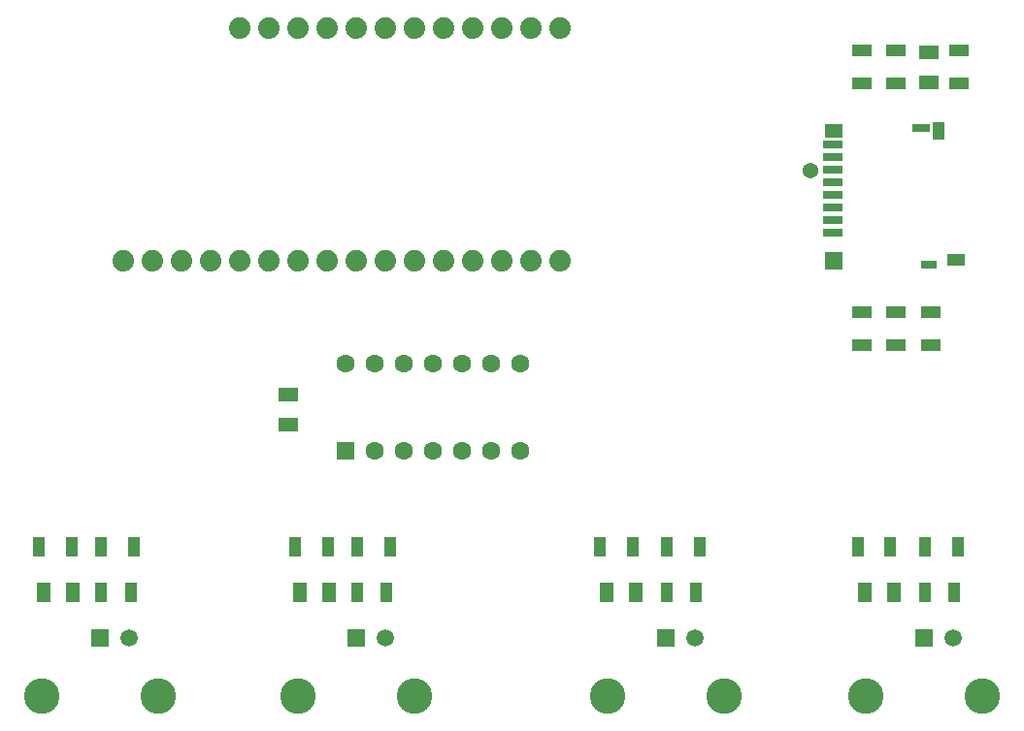
<source format=gts>
G04*
G04 #@! TF.GenerationSoftware,Altium Limited,Altium Designer,25.1.2 (22)*
G04*
G04 Layer_Color=8388736*
%FSLAX25Y25*%
%MOIN*%
G70*
G04*
G04 #@! TF.SameCoordinates,8C14AA3A-0FC9-406D-BE4B-2EB75CFADBCC*
G04*
G04*
G04 #@! TF.FilePolarity,Negative*
G04*
G01*
G75*
%ADD15R,0.04134X0.07087*%
%ADD16R,0.04166X0.06544*%
%ADD17R,0.04935X0.07103*%
%ADD19R,0.03937X0.06102*%
%ADD20R,0.06102X0.03937*%
%ADD21R,0.05512X0.03150*%
%ADD22R,0.05906X0.03150*%
%ADD23R,0.05906X0.05118*%
%ADD24R,0.05906X0.05906*%
%ADD25R,0.06890X0.02756*%
%ADD26R,0.06544X0.04166*%
%ADD27R,0.07093X0.04731*%
%ADD28C,0.07400*%
%ADD29R,0.05904X0.05904*%
%ADD30C,0.05904*%
%ADD31C,0.12211*%
%ADD32C,0.06306*%
%ADD33R,0.06306X0.06306*%
%ADD34C,0.05400*%
D15*
X466535Y173228D02*
D03*
X476575D02*
D03*
X377953D02*
D03*
X387992D02*
D03*
X271654D02*
D03*
X281693D02*
D03*
X183701D02*
D03*
X193740D02*
D03*
D16*
X466535Y188976D02*
D03*
X477772D02*
D03*
X443488D02*
D03*
X454724D02*
D03*
X377953D02*
D03*
X389189D02*
D03*
X354906D02*
D03*
X366142D02*
D03*
X271654D02*
D03*
X282890D02*
D03*
X250287D02*
D03*
X261524D02*
D03*
X183701D02*
D03*
X194937D02*
D03*
X162335D02*
D03*
X173571D02*
D03*
D17*
X455808Y173228D02*
D03*
X445766D02*
D03*
X367226D02*
D03*
X357184D02*
D03*
X262011D02*
D03*
X251969D02*
D03*
X174058D02*
D03*
X164016D02*
D03*
D19*
X471161Y331988D02*
D03*
D20*
X477362Y287697D02*
D03*
D21*
X467815Y286122D02*
D03*
D22*
X465256Y333169D02*
D03*
D23*
X435335Y332087D02*
D03*
D24*
Y287402D02*
D03*
D25*
X434842Y327362D02*
D03*
Y323031D02*
D03*
Y318701D02*
D03*
Y314370D02*
D03*
Y310039D02*
D03*
Y305709D02*
D03*
Y301378D02*
D03*
Y297047D02*
D03*
D26*
X444882Y258449D02*
D03*
Y269685D02*
D03*
X456693Y258449D02*
D03*
Y269685D02*
D03*
X468504Y258449D02*
D03*
Y269685D02*
D03*
X478346Y359661D02*
D03*
Y348425D02*
D03*
X444882Y359661D02*
D03*
Y348425D02*
D03*
X456693Y359661D02*
D03*
Y348425D02*
D03*
D27*
X248031Y231102D02*
D03*
Y241339D02*
D03*
X467815Y359055D02*
D03*
Y348819D02*
D03*
D28*
X191339Y287402D02*
D03*
X201339D02*
D03*
X211339D02*
D03*
X221339D02*
D03*
X341339D02*
D03*
X331339D02*
D03*
X321339D02*
D03*
X311339D02*
D03*
X301339D02*
D03*
X291339D02*
D03*
X281339D02*
D03*
X271339D02*
D03*
X261339D02*
D03*
X251339D02*
D03*
X241339D02*
D03*
X231339D02*
D03*
X341339Y367402D02*
D03*
X331339D02*
D03*
X321339D02*
D03*
X311339D02*
D03*
X301339D02*
D03*
X291339D02*
D03*
X281339D02*
D03*
X271339D02*
D03*
X261339D02*
D03*
X251339D02*
D03*
X241339D02*
D03*
X231339D02*
D03*
D29*
X466221Y157795D02*
D03*
X377638D02*
D03*
X271339D02*
D03*
X183386D02*
D03*
D30*
X476221D02*
D03*
X387638D02*
D03*
X281339D02*
D03*
X193386D02*
D03*
D31*
X446220Y137795D02*
D03*
X486221D02*
D03*
X357638D02*
D03*
X397638D02*
D03*
X251339D02*
D03*
X291339D02*
D03*
X163386D02*
D03*
X203386D02*
D03*
D32*
X327716Y251969D02*
D03*
X317717D02*
D03*
X307716D02*
D03*
X297716D02*
D03*
X287717D02*
D03*
X277716D02*
D03*
X267717D02*
D03*
X327716Y221969D02*
D03*
X317717D02*
D03*
X307716D02*
D03*
X297716D02*
D03*
X287717D02*
D03*
X277716D02*
D03*
D33*
X267717D02*
D03*
D34*
X427264Y318406D02*
D03*
M02*

</source>
